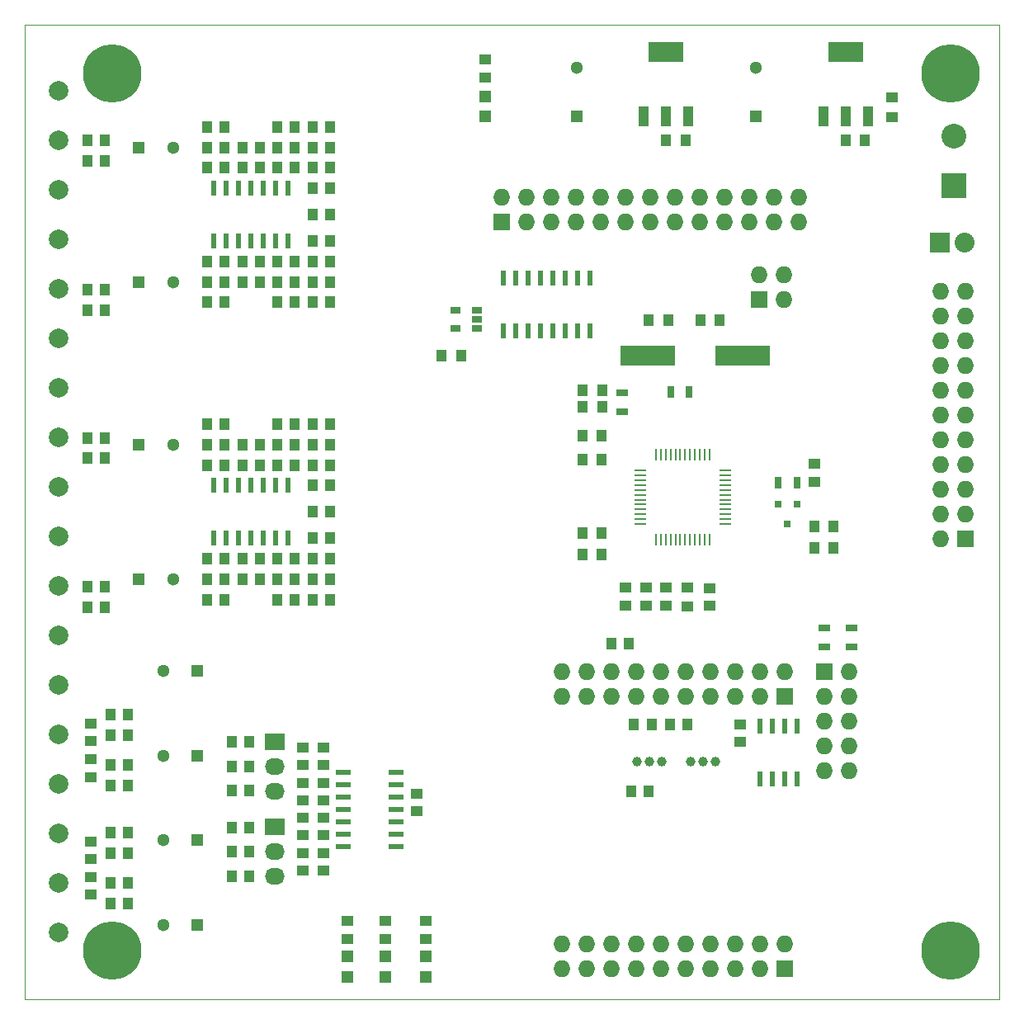
<source format=gbr>
G04 #@! TF.FileFunction,Soldermask,Top*
%FSLAX46Y46*%
G04 Gerber Fmt 4.6, Leading zero omitted, Abs format (unit mm)*
G04 Created by KiCad (PCBNEW 4.0.2-stable) date Montag, 25. April 2016 19:54:46*
%MOMM*%
G01*
G04 APERTURE LIST*
%ADD10C,0.100000*%
%ADD11R,0.600000X1.500000*%
%ADD12R,1.727200X1.727200*%
%ADD13O,1.727200X1.727200*%
%ADD14R,1.000000X1.250000*%
%ADD15R,0.250000X1.300000*%
%ADD16R,1.300000X0.250000*%
%ADD17R,0.700000X1.300000*%
%ADD18R,0.800100X0.800100*%
%ADD19R,0.600000X1.550000*%
%ADD20R,1.300000X0.700000*%
%ADD21R,2.540000X2.540000*%
%ADD22C,2.540000*%
%ADD23R,1.250000X1.000000*%
%ADD24R,3.657600X2.032000*%
%ADD25R,1.016000X2.032000*%
%ADD26R,2.032000X2.032000*%
%ADD27O,2.032000X2.032000*%
%ADD28R,1.060000X0.650000*%
%ADD29C,1.300000*%
%ADD30R,1.300000X1.300000*%
%ADD31R,1.500000X0.600000*%
%ADD32R,2.032000X1.727200*%
%ADD33O,2.032000X1.727200*%
%ADD34C,2.000000*%
%ADD35R,1.000000X1.300000*%
%ADD36R,1.300000X1.000000*%
%ADD37C,6.000000*%
%ADD38R,5.600700X2.100580*%
%ADD39R,1.198880X1.198880*%
%ADD40C,1.000000*%
G04 APERTURE END LIST*
D10*
X200000000Y-150000000D02*
X200000000Y-50000000D01*
X100000000Y-150000000D02*
X200000000Y-150000000D01*
X100000000Y-50000000D02*
X200000000Y-50000000D01*
X100000000Y-150000000D02*
X100000000Y-50000000D01*
D11*
X157945000Y-76050000D03*
X156675000Y-76050000D03*
X155405000Y-76050000D03*
X154135000Y-76050000D03*
X152865000Y-76050000D03*
X151595000Y-76050000D03*
X150325000Y-76050000D03*
X149055000Y-76050000D03*
X149055000Y-81450000D03*
X150325000Y-81450000D03*
X151595000Y-81450000D03*
X152865000Y-81450000D03*
X154135000Y-81450000D03*
X155405000Y-81450000D03*
X156675000Y-81450000D03*
X157945000Y-81450000D03*
D12*
X148966000Y-70285732D03*
D13*
X148966000Y-67745732D03*
X151506000Y-70285732D03*
X151506000Y-67745732D03*
X154046000Y-70285732D03*
X154046000Y-67745732D03*
X156586000Y-70285732D03*
X156586000Y-67745732D03*
X159126000Y-70285732D03*
X159126000Y-67745732D03*
X161666000Y-70285732D03*
X161666000Y-67745732D03*
X164206000Y-70285732D03*
X164206000Y-67745732D03*
X166746000Y-70285732D03*
X166746000Y-67745732D03*
X169286000Y-70285732D03*
X169286000Y-67745732D03*
X171826000Y-70285732D03*
X171826000Y-67745732D03*
X174366000Y-70285732D03*
X174366000Y-67745732D03*
X176906000Y-70285732D03*
X176906000Y-67745732D03*
X179446000Y-70285732D03*
X179446000Y-67745732D03*
D14*
X164000000Y-80300000D03*
X166000000Y-80300000D03*
X171300000Y-80300000D03*
X169300000Y-80300000D03*
D15*
X164750000Y-102850000D03*
X165250000Y-102850000D03*
X165750000Y-102850000D03*
X166250000Y-102850000D03*
X166750000Y-102850000D03*
X167250000Y-102850000D03*
X167750000Y-102850000D03*
X168250000Y-102850000D03*
X168750000Y-102850000D03*
X169250000Y-102850000D03*
X169750000Y-102850000D03*
X170250000Y-102850000D03*
D16*
X171850000Y-101250000D03*
X171850000Y-100750000D03*
X171850000Y-100250000D03*
X171850000Y-99750000D03*
X171850000Y-99250000D03*
X171850000Y-98750000D03*
X171850000Y-98250000D03*
X171850000Y-97750000D03*
X171850000Y-97250000D03*
X171850000Y-96750000D03*
X171850000Y-96250000D03*
X171850000Y-95750000D03*
D15*
X170250000Y-94150000D03*
X169750000Y-94150000D03*
X169250000Y-94150000D03*
X168750000Y-94150000D03*
X168250000Y-94150000D03*
X167750000Y-94150000D03*
X167250000Y-94150000D03*
X166750000Y-94150000D03*
X166250000Y-94150000D03*
X165750000Y-94150000D03*
X165250000Y-94150000D03*
X164750000Y-94150000D03*
D16*
X163150000Y-95750000D03*
X163150000Y-96250000D03*
X163150000Y-96750000D03*
X163150000Y-97250000D03*
X163150000Y-97750000D03*
X163150000Y-98250000D03*
X163150000Y-98750000D03*
X163150000Y-99250000D03*
X163150000Y-99750000D03*
X163150000Y-100250000D03*
X163150000Y-100750000D03*
X163150000Y-101250000D03*
D12*
X175360000Y-78200000D03*
D13*
X175360000Y-75660000D03*
X177900000Y-78200000D03*
X177900000Y-75660000D03*
D12*
X182000000Y-116420000D03*
D13*
X184540000Y-116420000D03*
X182000000Y-118960000D03*
X184540000Y-118960000D03*
X182000000Y-121500000D03*
X184540000Y-121500000D03*
X182000000Y-124040000D03*
X184540000Y-124040000D03*
X182000000Y-126580000D03*
X184540000Y-126580000D03*
D17*
X168150000Y-87700000D03*
X166250000Y-87700000D03*
D14*
X159200000Y-92200000D03*
X157200000Y-92200000D03*
D12*
X196540000Y-102750000D03*
D13*
X194000000Y-102750000D03*
X196540000Y-100210000D03*
X194000000Y-100210000D03*
X196540000Y-97670000D03*
X194000000Y-97670000D03*
X196540000Y-95130000D03*
X194000000Y-95130000D03*
X196540000Y-92590000D03*
X194000000Y-92590000D03*
X196540000Y-90050000D03*
X194000000Y-90050000D03*
X196540000Y-87510000D03*
X194000000Y-87510000D03*
X196540000Y-84970000D03*
X194000000Y-84970000D03*
X196540000Y-82430000D03*
X194000000Y-82430000D03*
X196540000Y-79890000D03*
X194000000Y-79890000D03*
X196540000Y-77350000D03*
X194000000Y-77350000D03*
D18*
X179200000Y-99249240D03*
X177300000Y-99249240D03*
X178250000Y-101248220D03*
D17*
X177300000Y-97000000D03*
X179200000Y-97000000D03*
D19*
X175395000Y-127400000D03*
X176665000Y-127400000D03*
X177935000Y-127400000D03*
X179205000Y-127400000D03*
X179205000Y-122000000D03*
X177935000Y-122000000D03*
X176665000Y-122000000D03*
X175395000Y-122000000D03*
D20*
X182000000Y-113850000D03*
X182000000Y-111950000D03*
X184800000Y-113850000D03*
X184800000Y-111950000D03*
D11*
X119390000Y-72200000D03*
X120660000Y-72200000D03*
X121930000Y-72200000D03*
X123200000Y-72200000D03*
X124470000Y-72200000D03*
X125740000Y-72200000D03*
X127010000Y-72200000D03*
X127010000Y-66800000D03*
X125740000Y-66800000D03*
X124470000Y-66800000D03*
X123200000Y-66800000D03*
X121930000Y-66800000D03*
X120660000Y-66800000D03*
X119390000Y-66800000D03*
D21*
X195300000Y-66540000D03*
D22*
X195300000Y-61460000D03*
D14*
X165800000Y-61900000D03*
X167800000Y-61900000D03*
X159200000Y-104400000D03*
X157200000Y-104400000D03*
D23*
X168000000Y-107750000D03*
X168000000Y-109750000D03*
D14*
X181000000Y-103700000D03*
X183000000Y-103700000D03*
X159200000Y-102200000D03*
X157200000Y-102200000D03*
X181000000Y-101500000D03*
X183000000Y-101500000D03*
X159200000Y-94600000D03*
X157200000Y-94600000D03*
X157250000Y-89250000D03*
X159250000Y-89250000D03*
X157250000Y-87500000D03*
X159250000Y-87500000D03*
D20*
X161250000Y-87800000D03*
X161250000Y-89700000D03*
D24*
X165800000Y-52798000D03*
D25*
X165800000Y-59402000D03*
X168086000Y-59402000D03*
X163514000Y-59402000D03*
D23*
X189000000Y-59500000D03*
X189000000Y-57500000D03*
D14*
X184200000Y-61900000D03*
X186200000Y-61900000D03*
D26*
X193900000Y-72400000D03*
D27*
X196440000Y-72400000D03*
D24*
X184200000Y-52798000D03*
D25*
X184200000Y-59402000D03*
X186486000Y-59402000D03*
X181914000Y-59402000D03*
D28*
X146350000Y-81200000D03*
X146350000Y-80250000D03*
X146350000Y-79300000D03*
X144150000Y-79300000D03*
X144150000Y-81200000D03*
D14*
X144750000Y-84000000D03*
X142750000Y-84000000D03*
D29*
X114200000Y-116300000D03*
D30*
X117700000Y-116300000D03*
D29*
X114200000Y-125000000D03*
D30*
X117700000Y-125000000D03*
D29*
X114200000Y-133700000D03*
D30*
X117700000Y-133700000D03*
D29*
X114200000Y-142400000D03*
D30*
X117700000Y-142400000D03*
D29*
X115200000Y-62600000D03*
D30*
X111700000Y-62600000D03*
D29*
X115200000Y-76400000D03*
D30*
X111700000Y-76400000D03*
D29*
X115200000Y-93100000D03*
D30*
X111700000Y-93100000D03*
D29*
X115200000Y-106900000D03*
D30*
X111700000Y-106900000D03*
D31*
X138100000Y-134310000D03*
X138100000Y-133040000D03*
X138100000Y-131770000D03*
X138100000Y-130500000D03*
X138100000Y-129230000D03*
X138100000Y-127960000D03*
X138100000Y-126690000D03*
X132700000Y-126690000D03*
X132700000Y-127960000D03*
X132700000Y-129230000D03*
X132700000Y-130500000D03*
X132700000Y-131770000D03*
X132700000Y-133040000D03*
X132700000Y-134310000D03*
D11*
X119390000Y-102700000D03*
X120660000Y-102700000D03*
X121930000Y-102700000D03*
X123200000Y-102700000D03*
X124470000Y-102700000D03*
X125740000Y-102700000D03*
X127010000Y-102700000D03*
X127010000Y-97300000D03*
X125740000Y-97300000D03*
X124470000Y-97300000D03*
X123200000Y-97300000D03*
X121930000Y-97300000D03*
X120660000Y-97300000D03*
X119390000Y-97300000D03*
D32*
X125600000Y-123560000D03*
D33*
X125600000Y-126100000D03*
X125600000Y-128640000D03*
D32*
X125600000Y-132360000D03*
D33*
X125600000Y-134900000D03*
X125600000Y-137440000D03*
D34*
X103500000Y-117780000D03*
X103500000Y-122860000D03*
X103500000Y-127940000D03*
X103500000Y-133020000D03*
X103500000Y-138100000D03*
X103500000Y-143180000D03*
X103500000Y-56820000D03*
X103500000Y-61900000D03*
X103500000Y-66980000D03*
X103500000Y-72060000D03*
X103500000Y-77140000D03*
X103500000Y-82220000D03*
X103500000Y-87300000D03*
X103500000Y-92380000D03*
X103500000Y-97460000D03*
X103500000Y-102540000D03*
X103500000Y-107620000D03*
X103500000Y-112700000D03*
D35*
X131300000Y-97300000D03*
X129500000Y-97300000D03*
X129500000Y-91000000D03*
X131300000Y-91000000D03*
X125900000Y-93100000D03*
X127700000Y-93100000D03*
X118700000Y-74300000D03*
X120500000Y-74300000D03*
X118700000Y-95200000D03*
X120500000Y-95200000D03*
X118700000Y-104800000D03*
X120500000Y-104800000D03*
X129500000Y-93100000D03*
X131300000Y-93100000D03*
X129500000Y-95200000D03*
X131300000Y-95200000D03*
X127700000Y-95200000D03*
X125900000Y-95200000D03*
X125900000Y-91000000D03*
X127700000Y-91000000D03*
X106400000Y-61900000D03*
X108200000Y-61900000D03*
X108200000Y-64000000D03*
X106400000Y-64000000D03*
X118700000Y-60500000D03*
X120500000Y-60500000D03*
X122300000Y-64700000D03*
X124100000Y-64700000D03*
X118700000Y-76400000D03*
X120500000Y-76400000D03*
X122300000Y-76400000D03*
X124100000Y-76400000D03*
X106400000Y-77200000D03*
X108200000Y-77200000D03*
X108200000Y-79300000D03*
X106400000Y-79300000D03*
X118700000Y-78500000D03*
X120500000Y-78500000D03*
X122300000Y-74300000D03*
X124100000Y-74300000D03*
X118700000Y-93100000D03*
X120500000Y-93100000D03*
X122300000Y-93100000D03*
X124100000Y-93100000D03*
X106400000Y-92400000D03*
X108200000Y-92400000D03*
X108200000Y-94500000D03*
X106400000Y-94500000D03*
X118700000Y-91000000D03*
X120500000Y-91000000D03*
X122300000Y-95200000D03*
X124100000Y-95200000D03*
X118700000Y-106900000D03*
X120500000Y-106900000D03*
X122300000Y-106900000D03*
X124100000Y-106900000D03*
X106400000Y-107700000D03*
X108200000Y-107700000D03*
X108200000Y-109800000D03*
X106400000Y-109800000D03*
X118700000Y-109000000D03*
X120500000Y-109000000D03*
X122300000Y-104800000D03*
X124100000Y-104800000D03*
X131300000Y-102700000D03*
X129500000Y-102700000D03*
X129500000Y-109000000D03*
X131300000Y-109000000D03*
X125900000Y-106900000D03*
X127700000Y-106900000D03*
X129500000Y-106900000D03*
X131300000Y-106900000D03*
X129500000Y-104800000D03*
X131300000Y-104800000D03*
X127700000Y-104800000D03*
X125900000Y-104800000D03*
D36*
X170250000Y-109650000D03*
X170250000Y-107850000D03*
D35*
X125900000Y-109000000D03*
X127700000Y-109000000D03*
X131300000Y-100000000D03*
X129500000Y-100000000D03*
X118700000Y-64700000D03*
X120500000Y-64700000D03*
X118700000Y-62600000D03*
X120500000Y-62600000D03*
X122300000Y-62600000D03*
X124100000Y-62600000D03*
X131300000Y-66800000D03*
X129500000Y-66800000D03*
X131300000Y-72200000D03*
X129500000Y-72200000D03*
X129500000Y-60500000D03*
X131300000Y-60500000D03*
X129500000Y-78500000D03*
X131300000Y-78500000D03*
X129500000Y-62600000D03*
X131300000Y-62600000D03*
X129500000Y-76400000D03*
X131300000Y-76400000D03*
X129500000Y-64700000D03*
X131300000Y-64700000D03*
X129500000Y-74300000D03*
X131300000Y-74300000D03*
X127700000Y-64700000D03*
X125900000Y-64700000D03*
X127700000Y-74300000D03*
X125900000Y-74300000D03*
X125900000Y-60500000D03*
X127700000Y-60500000D03*
X125900000Y-78500000D03*
X127700000Y-78500000D03*
X125900000Y-62600000D03*
X127700000Y-62600000D03*
X125900000Y-76400000D03*
X127700000Y-76400000D03*
X131300000Y-69500000D03*
X129500000Y-69500000D03*
D37*
X109000000Y-55000000D03*
X109000000Y-145000000D03*
X195000000Y-55000000D03*
X195000000Y-145000000D03*
D36*
X163714635Y-109601055D03*
X163714635Y-107801055D03*
X161614635Y-109601055D03*
X161614635Y-107801055D03*
X165814635Y-109601055D03*
X165814635Y-107801055D03*
X173400000Y-121800000D03*
X173400000Y-123600000D03*
X181000000Y-96900000D03*
X181000000Y-95100000D03*
X130600000Y-124200000D03*
X130600000Y-126000000D03*
D35*
X110600000Y-120800000D03*
X108800000Y-120800000D03*
D36*
X128500000Y-124200000D03*
X128500000Y-126000000D03*
D35*
X110600000Y-122900000D03*
X108800000Y-122900000D03*
D36*
X106800000Y-121700000D03*
X106800000Y-123500000D03*
D35*
X123050000Y-126100000D03*
X121250000Y-126100000D03*
D36*
X106800000Y-127200000D03*
X106800000Y-125400000D03*
D35*
X123000000Y-128600000D03*
X121200000Y-128600000D03*
X110600000Y-126000000D03*
X108800000Y-126000000D03*
X123000000Y-123600000D03*
X121200000Y-123600000D03*
D36*
X128500000Y-129600000D03*
X128500000Y-127800000D03*
X128500000Y-136800000D03*
X128500000Y-135000000D03*
D35*
X110600000Y-135000000D03*
X108800000Y-135000000D03*
D36*
X106800000Y-133800000D03*
X106800000Y-135600000D03*
D35*
X123000000Y-134900000D03*
X121200000Y-134900000D03*
D36*
X106800000Y-139300000D03*
X106800000Y-137500000D03*
D35*
X123000000Y-137400000D03*
X121200000Y-137400000D03*
X110600000Y-138100000D03*
X108800000Y-138100000D03*
X123000000Y-132400000D03*
X121200000Y-132400000D03*
D36*
X128500000Y-131400000D03*
X128500000Y-133200000D03*
X140200000Y-128900000D03*
X140200000Y-130700000D03*
D35*
X110600000Y-128100000D03*
X108800000Y-128100000D03*
D36*
X130600000Y-129600000D03*
X130600000Y-127800000D03*
X130600000Y-136800000D03*
X130600000Y-135000000D03*
D35*
X110600000Y-132900000D03*
X108800000Y-132900000D03*
X110600000Y-140200000D03*
X108800000Y-140200000D03*
D36*
X130600000Y-131400000D03*
X130600000Y-133200000D03*
D38*
X163951140Y-84000000D03*
X173648860Y-84000000D03*
D30*
X175000000Y-59400000D03*
D29*
X175000000Y-54400000D03*
D30*
X156600000Y-59400000D03*
D29*
X156600000Y-54400000D03*
D39*
X141100000Y-147749020D03*
X141100000Y-145650980D03*
X133100000Y-147749020D03*
X133100000Y-145650980D03*
X137000000Y-147749020D03*
X137000000Y-145650980D03*
X147200000Y-59449020D03*
X147200000Y-57350980D03*
D12*
X177983679Y-118951537D03*
D13*
X177983679Y-116411537D03*
X175443679Y-118951537D03*
X175443679Y-116411537D03*
X172903679Y-118951537D03*
X172903679Y-116411537D03*
X170363679Y-118951537D03*
X170363679Y-116411537D03*
X167823679Y-118951537D03*
X167823679Y-116411537D03*
X165283679Y-118951537D03*
X165283679Y-116411537D03*
X162743679Y-118951537D03*
X162743679Y-116411537D03*
X160203679Y-118951537D03*
X160203679Y-116411537D03*
X157663679Y-118951537D03*
X157663679Y-116411537D03*
X155123679Y-118951537D03*
X155123679Y-116411537D03*
D12*
X177983679Y-146891537D03*
D13*
X177983679Y-144351537D03*
X175443679Y-146891537D03*
X175443679Y-144351537D03*
X172903679Y-146891537D03*
X172903679Y-144351537D03*
X170363679Y-146891537D03*
X170363679Y-144351537D03*
X167823679Y-146891537D03*
X167823679Y-144351537D03*
X165283679Y-146891537D03*
X165283679Y-144351537D03*
X162743679Y-146891537D03*
X162743679Y-144351537D03*
X160203679Y-146891537D03*
X160203679Y-144351537D03*
X157663679Y-146891537D03*
X157663679Y-144351537D03*
X155123679Y-146891537D03*
X155123679Y-144351537D03*
D40*
X169600000Y-125600000D03*
X170870000Y-125600000D03*
X168330000Y-125600000D03*
X164100000Y-125600000D03*
X165370000Y-125600000D03*
X162830000Y-125600000D03*
D35*
X160200000Y-113500000D03*
X162000000Y-113500000D03*
D36*
X141100000Y-143800000D03*
X141100000Y-142000000D03*
D35*
X168000000Y-121800000D03*
X166200000Y-121800000D03*
D36*
X133100000Y-143800000D03*
X133100000Y-142000000D03*
D35*
X162200000Y-128700000D03*
X164000000Y-128700000D03*
D36*
X137000000Y-143800000D03*
X137000000Y-142000000D03*
D35*
X164300000Y-121800000D03*
X162500000Y-121800000D03*
D36*
X147200000Y-55400000D03*
X147200000Y-53600000D03*
M02*

</source>
